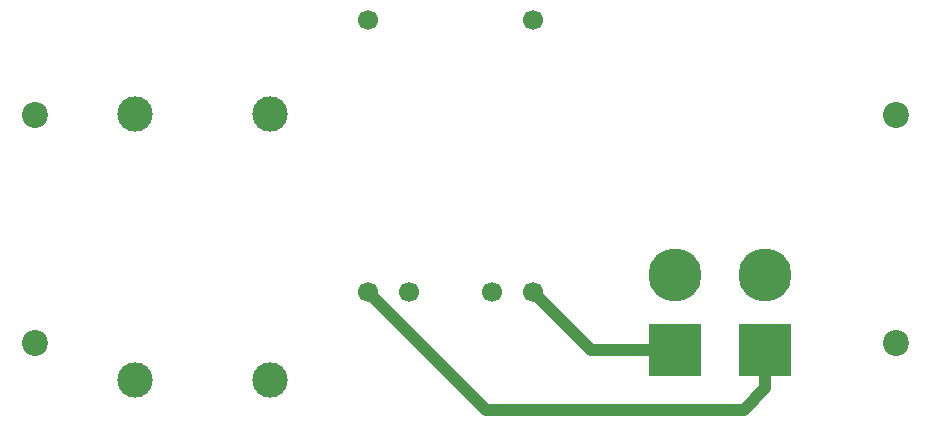
<source format=gbr>
G04 #@! TF.GenerationSoftware,KiCad,Pcbnew,(5.1.5-0-10_14)*
G04 #@! TF.CreationDate,2020-06-18T21:13:27+02:00*
G04 #@! TF.ProjectId,accu,61636375-2e6b-4696-9361-645f70636258,rev?*
G04 #@! TF.SameCoordinates,Original*
G04 #@! TF.FileFunction,Copper,L2,Bot*
G04 #@! TF.FilePolarity,Positive*
%FSLAX46Y46*%
G04 Gerber Fmt 4.6, Leading zero omitted, Abs format (unit mm)*
G04 Created by KiCad (PCBNEW (5.1.5-0-10_14)) date 2020-06-18 21:13:27*
%MOMM*%
%LPD*%
G04 APERTURE LIST*
%ADD10C,2.200000*%
%ADD11C,3.000000*%
%ADD12C,4.500880*%
%ADD13R,4.500880X4.500880*%
%ADD14C,1.700000*%
%ADD15C,1.000000*%
G04 APERTURE END LIST*
D10*
X9300000Y-10600000D03*
X9300000Y-29900000D03*
X82200000Y-29900000D03*
X82200000Y-10600000D03*
D11*
X17780000Y-33020000D03*
X17780000Y-10520000D03*
X29210000Y-10520000D03*
X29210000Y-33020000D03*
D12*
X63500000Y-24130000D03*
D13*
X63500000Y-30480000D03*
D12*
X71120000Y-24130000D03*
D13*
X71120000Y-30480000D03*
D14*
X51450000Y-25560001D03*
X47950000Y-25560001D03*
X40950000Y-25560001D03*
X37450000Y-25560001D03*
X37450000Y-2560001D03*
X51450000Y-2560001D03*
D15*
X56369999Y-30480000D02*
X63500000Y-30480000D01*
X51450000Y-25560001D02*
X56369999Y-30480000D01*
X37450000Y-25560001D02*
X47449999Y-35560000D01*
X69290440Y-35560000D02*
X71120000Y-33730440D01*
X71120000Y-33730440D02*
X71120000Y-30480000D01*
X47449999Y-35560000D02*
X69290440Y-35560000D01*
M02*

</source>
